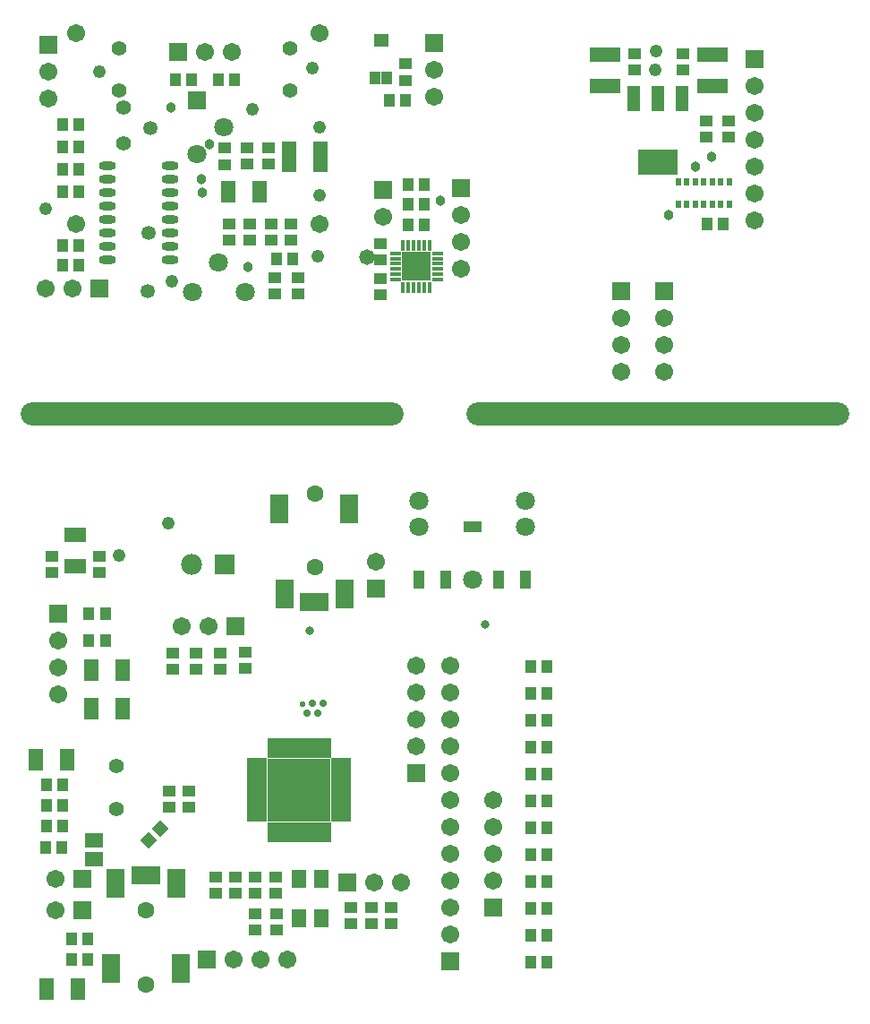
<source format=gts>
G04 Layer_Color=8388736*
%FSLAX25Y25*%
%MOIN*%
G70*
G01*
G75*
%ADD66R,0.11509X0.05367*%
%ADD67R,0.04658X0.04461*%
%ADD68R,0.04461X0.04658*%
%ADD69R,0.14579X0.09461*%
%ADD70R,0.04737X0.09461*%
%ADD71R,0.02178X0.02768*%
%ADD72O,0.06312X0.03162*%
%ADD73R,0.05249X0.07887*%
%ADD74R,0.05367X0.11509*%
%ADD75R,0.06587X0.05367*%
%ADD76R,0.05524X0.06706*%
%ADD77R,0.23359X0.23359*%
%ADD78R,0.07414X0.01981*%
%ADD79R,0.01981X0.07414*%
G04:AMPARAMS|DCode=80|XSize=44.61mil|YSize=46.58mil|CornerRadius=0mil|HoleSize=0mil|Usage=FLASHONLY|Rotation=45.000|XOffset=0mil|YOffset=0mil|HoleType=Round|Shape=Rectangle|*
%AMROTATEDRECTD80*
4,1,4,0.00070,-0.03224,-0.03224,0.00070,-0.00070,0.03224,0.03224,-0.00070,0.00070,-0.03224,0.0*
%
%ADD80ROTATEDRECTD80*%

%ADD81R,0.03950X0.06706*%
%ADD82R,0.06706X0.03950*%
%ADD83R,0.07887X0.05249*%
%ADD84R,0.05524X0.05131*%
%ADD85R,0.03950X0.05131*%
%ADD86R,0.03950X0.01784*%
%ADD87R,0.01784X0.03950*%
%ADD88R,0.10642X0.10642*%
%ADD89O,1.42532X0.08674*%
%ADD90C,0.06706*%
%ADD91R,0.06706X0.06706*%
%ADD92R,0.06706X0.06706*%
%ADD93C,0.05524*%
%ADD94C,0.07099*%
%ADD95R,0.07099X0.07099*%
%ADD96C,0.04800*%
%ADD97R,0.06706X0.10642*%
%ADD98R,0.10642X0.06706*%
%ADD99C,0.07800*%
%ADD100R,0.07800X0.07800*%
%ADD101C,0.03800*%
%ADD102C,0.05300*%
%ADD103C,0.06312*%
%ADD104C,0.02768*%
%ADD105C,0.05800*%
%ADD106C,0.03300*%
%ADD107C,0.02300*%
%ADD108C,0.02800*%
D66*
X221272Y356728D02*
D03*
Y345114D02*
D03*
X261272Y356728D02*
D03*
Y345114D02*
D03*
D67*
X232272Y357224D02*
D03*
Y351161D02*
D03*
X250272Y351118D02*
D03*
Y357181D02*
D03*
X267272Y326161D02*
D03*
Y332224D02*
D03*
X258772Y326130D02*
D03*
Y332193D02*
D03*
X106713Y273894D02*
D03*
Y267831D02*
D03*
X96713Y287831D02*
D03*
Y293894D02*
D03*
X104213Y293894D02*
D03*
Y287831D02*
D03*
X81046Y287831D02*
D03*
Y293894D02*
D03*
X79463Y322028D02*
D03*
Y315965D02*
D03*
X95713Y322059D02*
D03*
Y315996D02*
D03*
X98213Y273894D02*
D03*
Y267831D02*
D03*
X88879Y287831D02*
D03*
Y293894D02*
D03*
X87713Y322059D02*
D03*
Y315996D02*
D03*
X87008Y128366D02*
D03*
Y134429D02*
D03*
X15256Y164035D02*
D03*
Y170098D02*
D03*
X90945Y31220D02*
D03*
Y37283D02*
D03*
X98827Y31024D02*
D03*
Y37087D02*
D03*
X58858Y76791D02*
D03*
Y82854D02*
D03*
X126431Y33464D02*
D03*
Y39527D02*
D03*
X134025Y33464D02*
D03*
Y39527D02*
D03*
X141619Y33464D02*
D03*
Y39527D02*
D03*
X90847Y44705D02*
D03*
Y50768D02*
D03*
X98622Y44902D02*
D03*
Y50965D02*
D03*
X83366Y44744D02*
D03*
Y50807D02*
D03*
X76083Y44744D02*
D03*
Y50807D02*
D03*
X60138Y134232D02*
D03*
Y128169D02*
D03*
X68799Y134232D02*
D03*
Y128169D02*
D03*
X77756Y134232D02*
D03*
Y128169D02*
D03*
X66142Y76791D02*
D03*
Y82854D02*
D03*
X32743Y164035D02*
D03*
Y170098D02*
D03*
X146870Y353311D02*
D03*
Y347248D02*
D03*
X137398Y280469D02*
D03*
Y286531D02*
D03*
Y273532D02*
D03*
Y267469D02*
D03*
D68*
X259240Y293693D02*
D03*
X265303D02*
D03*
X77181Y347362D02*
D03*
X83244D02*
D03*
X67244Y347362D02*
D03*
X61181D02*
D03*
X98681Y280862D02*
D03*
X104744D02*
D03*
X19181Y278362D02*
D03*
X25244D02*
D03*
X25244Y285862D02*
D03*
X19181D02*
D03*
X25244Y322496D02*
D03*
X19181D02*
D03*
X25244Y330862D02*
D03*
X19181D02*
D03*
X19181Y305762D02*
D03*
X25244D02*
D03*
X19181Y314129D02*
D03*
X25244D02*
D03*
X19118Y77461D02*
D03*
X13055D02*
D03*
X19118Y69717D02*
D03*
X13055D02*
D03*
X199508Y109243D02*
D03*
X193445D02*
D03*
X199508Y119238D02*
D03*
X193445D02*
D03*
X199508Y129232D02*
D03*
X193445D02*
D03*
X199508Y79259D02*
D03*
X193445D02*
D03*
X199508Y69265D02*
D03*
X193445D02*
D03*
X199508Y99248D02*
D03*
X193445D02*
D03*
X199508Y89254D02*
D03*
X193445D02*
D03*
X199508Y19291D02*
D03*
X193445D02*
D03*
X199508Y29286D02*
D03*
X193445D02*
D03*
X199508Y39281D02*
D03*
X193445D02*
D03*
X199508Y49275D02*
D03*
X193445D02*
D03*
X199508Y59270D02*
D03*
X193445D02*
D03*
X28941Y148721D02*
D03*
X35004D02*
D03*
X28941Y138779D02*
D03*
X35004D02*
D03*
X28425Y27756D02*
D03*
X22362Y27756D02*
D03*
X28425Y20177D02*
D03*
X22362D02*
D03*
X12913Y61909D02*
D03*
X18976D02*
D03*
X19173Y85236D02*
D03*
X13110D02*
D03*
X140839Y339780D02*
D03*
X146902D02*
D03*
X147866Y308500D02*
D03*
X153929D02*
D03*
X147898Y301000D02*
D03*
X153961D02*
D03*
X147898Y293500D02*
D03*
X153961D02*
D03*
D69*
X240772Y316882D02*
D03*
D70*
X249827Y340504D02*
D03*
X240772D02*
D03*
X231716D02*
D03*
D71*
X267370Y309461D02*
D03*
X264220D02*
D03*
X261071D02*
D03*
X257921D02*
D03*
X254772D02*
D03*
X251622D02*
D03*
X248472D02*
D03*
Y301193D02*
D03*
X251622D02*
D03*
X254772D02*
D03*
X257921D02*
D03*
X261071D02*
D03*
X264220D02*
D03*
X267370D02*
D03*
D72*
X35984Y310362D02*
D03*
Y305362D02*
D03*
Y300362D02*
D03*
Y295362D02*
D03*
Y290362D02*
D03*
Y285362D02*
D03*
Y280362D02*
D03*
X59213D02*
D03*
Y285362D02*
D03*
Y290362D02*
D03*
Y295362D02*
D03*
Y300362D02*
D03*
Y305362D02*
D03*
Y310362D02*
D03*
Y315362D02*
D03*
X35984D02*
D03*
D73*
X80847Y305862D02*
D03*
X92579D02*
D03*
X29764Y113386D02*
D03*
X41496D02*
D03*
X29862Y127756D02*
D03*
X41594D02*
D03*
X13130Y9154D02*
D03*
X24862D02*
D03*
X9193Y94587D02*
D03*
X20925D02*
D03*
D74*
X103405Y318862D02*
D03*
X115020D02*
D03*
D75*
X30807Y64331D02*
D03*
Y57323D02*
D03*
D76*
X115650Y35315D02*
D03*
Y50276D02*
D03*
X106988D02*
D03*
Y35315D02*
D03*
D77*
X107185Y83169D02*
D03*
D78*
X122933Y93996D02*
D03*
Y92027D02*
D03*
Y90059D02*
D03*
Y88090D02*
D03*
Y86122D02*
D03*
Y84153D02*
D03*
Y82185D02*
D03*
Y80216D02*
D03*
Y78248D02*
D03*
Y76279D02*
D03*
Y74311D02*
D03*
Y72342D02*
D03*
X91536Y72342D02*
D03*
Y74311D02*
D03*
Y76279D02*
D03*
Y78248D02*
D03*
Y80216D02*
D03*
Y82185D02*
D03*
Y84153D02*
D03*
Y86122D02*
D03*
Y88090D02*
D03*
Y90059D02*
D03*
Y92028D02*
D03*
Y93996D02*
D03*
D79*
X118012Y67520D02*
D03*
X116043D02*
D03*
X114075D02*
D03*
X112106D02*
D03*
X110138D02*
D03*
X108169D02*
D03*
X106201D02*
D03*
X104232D02*
D03*
X102264D02*
D03*
X100295D02*
D03*
X98327D02*
D03*
X96358D02*
D03*
Y98819D02*
D03*
X98327D02*
D03*
X100295D02*
D03*
X102264D02*
D03*
X104232D02*
D03*
X106201D02*
D03*
X108169D02*
D03*
X110138D02*
D03*
X112106D02*
D03*
X114075D02*
D03*
X116043D02*
D03*
X118012D02*
D03*
D80*
X55392Y68876D02*
D03*
X51104Y64589D02*
D03*
D81*
X191339Y161417D02*
D03*
X181496D02*
D03*
X151969D02*
D03*
X161811D02*
D03*
D82*
X171654Y181102D02*
D03*
D83*
X23917Y178209D02*
D03*
Y166476D02*
D03*
D84*
X137705Y362224D02*
D03*
D85*
X139870Y348248D02*
D03*
X135539D02*
D03*
D86*
X158772Y273079D02*
D03*
Y275047D02*
D03*
Y277016D02*
D03*
Y278984D02*
D03*
Y280953D02*
D03*
Y282921D02*
D03*
X143024D02*
D03*
Y280953D02*
D03*
Y278984D02*
D03*
Y277016D02*
D03*
Y275047D02*
D03*
Y273079D02*
D03*
D87*
X145976Y285874D02*
D03*
X147945D02*
D03*
X149913D02*
D03*
X151882D02*
D03*
X153850D02*
D03*
X155819D02*
D03*
X145976Y270126D02*
D03*
X147945D02*
D03*
X149913D02*
D03*
X151882D02*
D03*
X153850D02*
D03*
X155819D02*
D03*
D88*
X150898Y278000D02*
D03*
D89*
X74803Y223228D02*
D03*
X240945D02*
D03*
D90*
X276772Y295193D02*
D03*
Y305193D02*
D03*
Y315193D02*
D03*
Y325193D02*
D03*
Y345193D02*
D03*
Y335193D02*
D03*
X82213Y357862D02*
D03*
X72213D02*
D03*
X13713Y340362D02*
D03*
Y350362D02*
D03*
X12713Y269862D02*
D03*
X22713D02*
D03*
X243079Y258795D02*
D03*
Y248795D02*
D03*
Y238795D02*
D03*
X227079Y258795D02*
D03*
Y248795D02*
D03*
Y238795D02*
D03*
X163386Y129449D02*
D03*
Y119449D02*
D03*
Y109449D02*
D03*
Y99449D02*
D03*
Y89449D02*
D03*
Y79449D02*
D03*
Y69449D02*
D03*
Y59449D02*
D03*
Y49449D02*
D03*
Y39449D02*
D03*
Y29449D02*
D03*
X16437Y50197D02*
D03*
Y38484D02*
D03*
X179410Y79449D02*
D03*
Y69449D02*
D03*
Y59449D02*
D03*
Y49449D02*
D03*
X102776Y20177D02*
D03*
X92776D02*
D03*
X82776D02*
D03*
X135827Y168012D02*
D03*
X135138Y48917D02*
D03*
X145138D02*
D03*
X150787Y129311D02*
D03*
Y119311D02*
D03*
Y109311D02*
D03*
Y99311D02*
D03*
X17618Y118740D02*
D03*
Y128740D02*
D03*
Y138740D02*
D03*
X73465Y144095D02*
D03*
X63465D02*
D03*
X157370Y341248D02*
D03*
Y351248D02*
D03*
X167398Y297000D02*
D03*
Y287000D02*
D03*
Y277000D02*
D03*
X138398Y296500D02*
D03*
X24193Y293862D02*
D03*
X114713D02*
D03*
X24193Y364728D02*
D03*
X114713D02*
D03*
D91*
X276772Y355193D02*
D03*
X13713Y360362D02*
D03*
X243079Y268795D02*
D03*
X227079D02*
D03*
X163386Y19449D02*
D03*
X179410Y39449D02*
D03*
X135827Y158012D02*
D03*
X150787Y89311D02*
D03*
X17618Y148740D02*
D03*
X157370Y361248D02*
D03*
X167398Y307000D02*
D03*
X138398Y306500D02*
D03*
D92*
X62213Y357862D02*
D03*
X32713Y269862D02*
D03*
X26437Y50197D02*
D03*
Y38484D02*
D03*
X72776Y20177D02*
D03*
X125138Y48917D02*
D03*
X83465Y144095D02*
D03*
D93*
X103713Y343488D02*
D03*
Y359236D02*
D03*
X40213D02*
D03*
Y343488D02*
D03*
X41713Y323862D02*
D03*
Y337248D02*
D03*
X39272Y92028D02*
D03*
Y76279D02*
D03*
D94*
X87055Y268535D02*
D03*
X67370D02*
D03*
X77213Y279362D02*
D03*
X69213Y319862D02*
D03*
X79213Y329862D02*
D03*
X151969Y181102D02*
D03*
X191339D02*
D03*
Y190945D02*
D03*
X151969D02*
D03*
X171654Y161417D02*
D03*
D95*
X69213Y339862D02*
D03*
D96*
X114213Y281862D02*
D03*
X114713Y304362D02*
D03*
Y329862D02*
D03*
X112213Y351862D02*
D03*
X32713Y350362D02*
D03*
X89713Y336362D02*
D03*
X12713Y299362D02*
D03*
X59713Y272362D02*
D03*
X239772Y351193D02*
D03*
X240272Y358193D02*
D03*
X40256Y170571D02*
D03*
X58563Y182480D02*
D03*
D97*
X37106Y16831D02*
D03*
X63091D02*
D03*
X38878Y48327D02*
D03*
X61319D02*
D03*
X101673Y156201D02*
D03*
X124114D02*
D03*
X99902Y187697D02*
D03*
X125886D02*
D03*
D98*
X50098Y51476D02*
D03*
X112894Y153051D02*
D03*
D99*
X67126Y167224D02*
D03*
D100*
X79528D02*
D03*
D101*
X260772Y318693D02*
D03*
X244772Y297193D02*
D03*
X254772Y315193D02*
D03*
X88213Y277862D02*
D03*
X71213Y305362D02*
D03*
X73713Y323362D02*
D03*
X70713Y310362D02*
D03*
X59327Y337248D02*
D03*
X159898Y302500D02*
D03*
D102*
X51713Y329362D02*
D03*
X50713Y268862D02*
D03*
X51213Y290362D02*
D03*
D103*
X50000Y10925D02*
D03*
Y38484D02*
D03*
X112992Y166043D02*
D03*
Y193602D02*
D03*
D104*
X98524Y74508D02*
D03*
Y78838D02*
D03*
Y83169D02*
D03*
Y87500D02*
D03*
Y91831D02*
D03*
X102854Y74508D02*
D03*
Y78838D02*
D03*
Y83169D02*
D03*
Y87500D02*
D03*
Y91831D02*
D03*
X107185Y74508D02*
D03*
Y78838D02*
D03*
Y83169D02*
D03*
Y87500D02*
D03*
Y91831D02*
D03*
X111516Y74508D02*
D03*
Y78838D02*
D03*
Y83169D02*
D03*
Y87500D02*
D03*
Y91831D02*
D03*
X115847Y74508D02*
D03*
Y78838D02*
D03*
Y83169D02*
D03*
Y87500D02*
D03*
Y91831D02*
D03*
D105*
X132398Y281500D02*
D03*
D106*
X176378Y144783D02*
D03*
X111024Y142520D02*
D03*
D107*
X108465Y115059D02*
D03*
D108*
X112008Y115354D02*
D03*
X116142Y115551D02*
D03*
X114075Y111811D02*
D03*
X110138Y111909D02*
D03*
M02*

</source>
